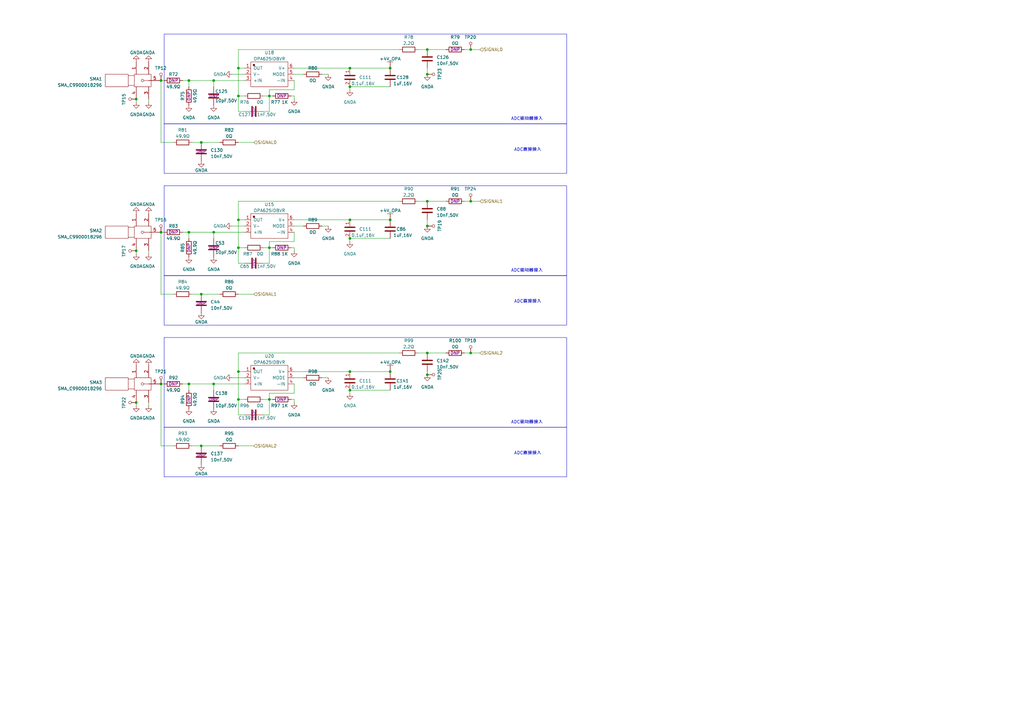
<source format=kicad_sch>
(kicad_sch (version 20230121) (generator eeschema)
  (paper "A3")
  (lib_symbols
    (symbol "0.1uF,16V_7" (pin_names (offset 0.254))
      (property "Reference" "C" (at 0.635 2.54 0))
      (property "Value" "0.1uF,16V_7" (at 0.635 -2.54 0))
      (symbol "0.1uF,16V_7_0_1"
        (polyline (pts (xy -2.032 -0.762) (xy 2.032 -0.762)) (stroke (width 0.508)))
        (polyline (pts (xy -2.032 0.762) (xy 2.032 0.762)) (stroke (width 0.508)))
      )
      (symbol "0.1uF,16V_7_1_1"
        (pin passive line (at 0 3.81 270) (length 2.794) (name "~") (number "1"))
        (pin passive line (at 0 -3.81 90) (length 2.794) (name "~") (number "2"))
      )
    )
    (symbol "02_HPM_Resis:0Ω" (pin_numbers hide) (pin_names (offset 0))
      (property "Reference" "R" (at -3.81 0.635 0))
      (property "Value" "0Ω" (at 5.08 0.635 0))
      (symbol "0Ω_0_1"
        (rectangle (start 2.54 -1.016) (end -2.54 1.016) (stroke (width 0.254)))
      )
      (symbol "0Ω_1_1"
        (pin passive line (at -3.81 0 0) (length 1.27) (name "~") (number "1"))
        (pin passive line (at 3.81 0 180) (length 1.27) (name "~") (number "2"))
      )
    )
    (symbol "02_HPM_Resis:1K" (pin_numbers hide) (pin_names (offset 0))
      (property "Reference" "R" (at -3.81 0.635 0))
      (property "Value" "1K" (at 3.81 0.635 0))
      (symbol "1K_0_1"
        (rectangle (start 2.54 -1.016) (end -2.54 1.016) (stroke (width 0.254)))
      )
      (symbol "1K_1_1"
        (pin passive line (at -3.81 0 0) (length 1.27) (name "~") (number "1"))
        (pin passive line (at 3.81 0 180) (length 1.27) (name "~") (number "2"))
      )
    )
    (symbol "02_HPM_Resis:2.2Ω" (pin_numbers hide) (pin_names (offset 0))
      (property "Reference" "R" (at -3.81 0.635 0))
      (property "Value" "2.2Ω" (at 5.08 0.635 0))
      (symbol "2.2Ω_0_1"
        (rectangle (start 2.54 -1.016) (end -2.54 1.016) (stroke (width 0.254)))
      )
      (symbol "2.2Ω_1_1"
        (pin passive line (at -3.81 0 0) (length 1.27) (name "~") (number "1"))
        (pin passive line (at 3.81 0 180) (length 1.27) (name "~") (number "2"))
      )
    )
    (symbol "02_HPM_Resis:49.9Ω" (pin_numbers hide) (pin_names (offset 0))
      (property "Reference" "R" (at -3.81 0.635 0))
      (property "Value" "49.9Ω" (at 0 -2.54 0))
      (symbol "49.9Ω_0_1"
        (rectangle (start -2.54 1.016) (end 2.54 -1.016) (stroke (width 0.254)))
      )
      (symbol "49.9Ω_1_1"
        (pin passive line (at -3.81 0 0) (length 1.27) (name "~") (number "1"))
        (pin passive line (at 3.81 0 180) (length 1.27) (name "~") (number "2"))
      )
    )
    (symbol "03_HPM_CAP:10nF,50V" (pin_numbers hide) (pin_names (offset 0.254))
      (property "Reference" "C" (at 0.635 2.54 0))
      (property "Value" "10nF,50V" (at 0.635 -2.54 0))
      (symbol "10nF,50V_0_1"
        (polyline (pts (xy -2.032 -0.762) (xy 2.032 -0.762)) (stroke (width 0.508)))
        (polyline (pts (xy -2.032 0.762) (xy 2.032 0.762)) (stroke (width 0.508)))
      )
      (symbol "10nF,50V_1_1"
        (pin passive line (at 0 3.81 270) (length 2.794) (name "~") (number "1"))
        (pin passive line (at 0 -3.81 90) (length 2.794) (name "~") (number "2"))
      )
    )
    (symbol "03_HPM_CAP:10pF" (pin_numbers hide) (pin_names (offset 0.254))
      (property "Reference" "C" (at 0.635 2.54 0))
      (property "Value" "10pF" (at 0.635 -2.54 0))
      (symbol "10pF_0_1"
        (polyline (pts (xy -2.032 -0.762) (xy 2.032 -0.762)) (stroke (width 0.508)))
        (polyline (pts (xy -2.032 0.762) (xy 2.032 0.762)) (stroke (width 0.508)))
      )
      (symbol "10pF_1_1"
        (pin passive line (at 0 3.81 270) (length 2.794) (name "~") (number "1"))
        (pin passive line (at 0 -3.81 90) (length 2.794) (name "~") (number "2"))
      )
    )
    (symbol "03_HPM_CAP:1nF,50V" (pin_numbers hide) (pin_names (offset 0.254))
      (property "Reference" "C" (at 0.635 2.54 0))
      (property "Value" "1nF,50V" (at 0.635 -2.54 0))
      (symbol "1nF,50V_0_1"
        (polyline (pts (xy -2.032 -0.762) (xy 2.032 -0.762)) (stroke (width 0.508)))
        (polyline (pts (xy -2.032 0.762) (xy 2.032 0.762)) (stroke (width 0.508)))
      )
      (symbol "1nF,50V_1_1"
        (pin passive line (at 0 3.81 270) (length 2.794) (name "~") (number "1"))
        (pin passive line (at 0 -3.81 90) (length 2.794) (name "~") (number "2"))
      )
    )
    (symbol "03_HPM_CAP:1uF,16V" (pin_numbers hide) (pin_names (offset 0.254))
      (property "Reference" "C" (at 0.635 2.54 0))
      (property "Value" "1uF,16V" (at 0.635 -2.54 0))
      (symbol "1uF,16V_0_1"
        (polyline (pts (xy -2.032 -0.762) (xy 2.032 -0.762)) (stroke (width 0.508)))
        (polyline (pts (xy -2.032 0.762) (xy 2.032 0.762)) (stroke (width 0.508)))
      )
      (symbol "1uF,16V_1_1"
        (pin passive line (at 0 3.81 270) (length 2.794) (name "~") (number "1"))
        (pin passive line (at 0 -3.81 90) (length 2.794) (name "~") (number "2"))
      )
    )
    (symbol "dk_Test-Points:5002" (pin_numbers hide) (pin_names (offset 1.016) hide)
      (property "Reference" "TP" (at -1.27 1.27 0))
      (symbol "5002_0_1"
        (circle (center 0 0) (radius 0.5588))
      )
      (symbol "5002_1_1"
        (pin passive line (at 0 2.54 270) (length 1.905) (name "~") (number "1"))
      )
    )
    (symbol "hpm_power:+4V_OPA" (power) (pin_numbers hide) (pin_names (offset 0) hide) (in_bom no) (on_board no)
      (property "Value" "+4V_OPA" (at 0 3.81 0))
      (symbol "+4V_OPA_0_1"
        (polyline (pts (xy -1.27 2.54) (xy 1.27 2.54)))
      )
      (symbol "+4V_OPA_1_1"
        (pin power_in line (at 0 0 90) (length 2.54) (name "+4V_OPA") (number "1"))
      )
    )
    (symbol "kicad_lceda:OPA625IDBVR" (pin_names (offset 1.016))
      (property "Reference" "U" (at 0 7.62 0))
      (property "Value" "OPA625IDBVR" (at 0 12.7 0))
      (symbol "OPA625IDBVR_1_1"
        (rectangle (start -7.62 5.08) (end 7.62 -5.08) (stroke (width 0.1524)))
        (circle (center -6.35 3.81) (radius 0.381) (stroke (width 0.1524)) (fill (type outline)))
        (pin input line (at -10.16 2.54 0) (length 2.54) (name "OUT") (number "1"))
        (pin input line (at -10.16 0 0) (length 2.54) (name "V-") (number "2"))
        (pin input line (at -10.16 -2.54 0) (length 2.54) (name "+IN") (number "3"))
        (pin input line (at 10.16 -2.54 180) (length 2.54) (name "-IN") (number "4"))
        (pin input line (at 10.16 0 180) (length 2.54) (name "MODE") (number "5"))
        (pin input line (at 10.16 2.54 180) (length 2.54) (name "V+") (number "6"))
      )
    )
    (symbol "kicad_lceda:SMA_C9900018296" (pin_names (offset 1.016) hide)
      (property "Reference" "SMA" (at 0 10.414 0))
      (property "Value" "SMA_C9900018296" (at 0 15.494 0))
      (symbol "SMA_C9900018296_1_1"
        (rectangle (start -11.43 2.54) (end -2.032 -2.54) (stroke (width 0.1524)))
        (polyline (pts (xy -2.032 -2.032) (xy 0.508 -2.032)) (stroke (width 0.1524)))
        (polyline (pts (xy -2.032 2.032) (xy 0.508 2.032)) (stroke (width 0.1524)))
        (polyline (pts (xy 4.318 0) (xy 6.35 0)) (stroke (width 0.1524)))
        (rectangle (start 0.508 2.54) (end 7.366 -2.54) (stroke (width 0.1524)))
        (circle (center 3.81 0) (radius 0.508) (stroke (width 0.1524)))
        (pin input line (at 1.27 7.62 270) (length 5.08) (name "1") (number "1"))
        (pin input line (at 6.35 7.62 270) (length 5.08) (name "2") (number "2"))
        (pin input line (at 6.35 -7.62 90) (length 5.08) (name "3") (number "3"))
        (pin input line (at 1.27 -7.62 90) (length 5.08) (name "4") (number "4"))
        (pin input line (at 11.43 0 180) (length 5.08) (name "5") (number "5"))
      )
    )
    (symbol "power:GNDA" (power) (pin_names (offset 0))
      (property "Value" "GNDA" (at 0 -3.81 0))
      (symbol "GNDA_0_1"
        (polyline (pts (xy 0 0) (xy 0 -1.27) (xy 1.27 -1.27) (xy 0 -2.54) (xy -1.27 -1.27) (xy 0 -1.27)))
      )
      (symbol "GNDA_1_1"
        (pin power_in line (at 0 0 270) (length 0) hide (name "GNDA") (number "1"))
      )
    )
  )
  (junction (at 97.79 163.83))
  (junction (at 82.55 182.88))
  (junction (at 143.51 97.79))
  (junction (at 160.02 27.94))
  (junction (at 97.79 152.4))
  (junction (at 175.26 20.32))
  (junction (at 82.55 58.42))
  (junction (at 175.26 92.71))
  (junction (at 175.26 82.55))
  (junction (at 55.88 40.64))
  (junction (at 87.63 33.02))
  (junction (at 143.51 27.94))
  (junction (at 175.26 153.67))
  (junction (at 193.04 144.78))
  (junction (at 97.79 101.6))
  (junction (at 143.51 35.56))
  (junction (at 193.04 20.32))
  (junction (at 82.55 120.65))
  (junction (at 87.63 95.25))
  (junction (at 143.51 152.4))
  (junction (at 55.88 165.1))
  (junction (at 160.02 90.17))
  (junction (at 97.79 90.17))
  (junction (at 97.79 27.94))
  (junction (at 193.04 82.55))
  (junction (at 110.49 163.83))
  (junction (at 55.88 102.87))
  (junction (at 110.49 39.37))
  (junction (at 87.63 157.48))
  (junction (at 97.79 39.37))
  (junction (at 77.47 95.25))
  (junction (at 66.04 33.02))
  (junction (at 143.51 90.17))
  (junction (at 110.49 101.6))
  (junction (at 175.26 144.78))
  (junction (at 175.26 30.48))
  (junction (at 66.04 95.25))
  (junction (at 160.02 152.4))
  (junction (at 66.04 157.48))
  (junction (at 143.51 160.02))
  (junction (at 77.47 157.48))
  (junction (at 77.47 33.02))
  (wire (pts (xy 97.79 82.55) (xy 163.83 82.55)))
  (wire (pts (xy 110.49 101.6) (xy 107.95 101.6)))
  (wire (pts (xy 95.25 154.94) (xy 100.33 154.94)))
  (wire (pts (xy 87.63 33.02) (xy 77.47 33.02)))
  (wire (pts (xy 120.65 157.48) (xy 120.65 161.29)))
  (wire (pts (xy 87.63 157.48) (xy 100.33 157.48)))
  (wire (pts (xy 66.04 182.88) (xy 66.04 157.48)))
  (wire (pts (xy 110.49 163.83) (xy 110.49 170.18)))
  (wire (pts (xy 120.65 39.37) (xy 119.38 39.37)))
  (wire (pts (xy 160.02 90.17) (xy 143.51 90.17)))
  (wire (pts (xy 66.04 95.25) (xy 67.31 95.25)))
  (wire (pts (xy 175.26 144.78) (xy 182.88 144.78)))
  (wire (pts (xy 66.04 157.48) (xy 67.31 157.48)))
  (wire (pts (xy 120.65 33.02) (xy 120.65 36.83)))
  (wire (pts (xy 97.79 163.83) (xy 97.79 170.18)))
  (wire (pts (xy 95.25 92.71) (xy 100.33 92.71)))
  (wire (pts (xy 190.5 144.78) (xy 193.04 144.78)))
  (wire (pts (xy 97.79 39.37) (xy 97.79 45.72)))
  (wire (pts (xy 134.62 30.48) (xy 132.08 30.48)))
  (wire (pts (xy 120.65 95.25) (xy 120.65 99.06)))
  (wire (pts (xy 97.79 20.32) (xy 97.79 27.94)))
  (wire (pts (xy 87.63 35.56) (xy 87.63 33.02)))
  (wire (pts (xy 171.45 82.55) (xy 175.26 82.55)))
  (wire (pts (xy 87.63 95.25) (xy 77.47 95.25)))
  (wire (pts (xy 120.65 101.6) (xy 120.65 102.87)))
  (wire (pts (xy 66.04 58.42) (xy 71.12 58.42)))
  (wire (pts (xy 120.65 161.29) (xy 110.49 161.29)))
  (wire (pts (xy 97.79 27.94) (xy 100.33 27.94)))
  (wire (pts (xy 193.04 144.78) (xy 196.85 144.78)))
  (wire (pts (xy 124.46 92.71) (xy 120.65 92.71)))
  (wire (pts (xy 87.63 33.02) (xy 100.33 33.02)))
  (wire (pts (xy 55.88 41.91) (xy 55.88 40.64)))
  (wire (pts (xy 78.74 120.65) (xy 82.55 120.65)))
  (wire (pts (xy 193.04 82.55) (xy 196.85 82.55)))
  (wire (pts (xy 66.04 33.02) (xy 67.31 33.02)))
  (wire (pts (xy 107.95 170.18) (xy 110.49 170.18)))
  (wire (pts (xy 74.93 33.02) (xy 77.47 33.02)))
  (wire (pts (xy 60.96 104.14) (xy 60.96 102.87)))
  (wire (pts (xy 87.63 97.79) (xy 87.63 95.25)))
  (wire (pts (xy 97.79 39.37) (xy 97.79 27.94)))
  (wire (pts (xy 100.33 170.18) (xy 97.79 170.18)))
  (wire (pts (xy 97.79 152.4) (xy 100.33 152.4)))
  (wire (pts (xy 78.74 58.42) (xy 82.55 58.42)))
  (wire (pts (xy 87.63 157.48) (xy 77.47 157.48)))
  (wire (pts (xy 134.62 92.71) (xy 132.08 92.71)))
  (wire (pts (xy 97.79 101.6) (xy 97.79 107.95)))
  (wire (pts (xy 107.95 107.95) (xy 110.49 107.95)))
  (wire (pts (xy 110.49 101.6) (xy 110.49 107.95)))
  (wire (pts (xy 97.79 144.78) (xy 163.83 144.78)))
  (wire (pts (xy 97.79 182.88) (xy 104.14 182.88)))
  (wire (pts (xy 100.33 39.37) (xy 97.79 39.37)))
  (wire (pts (xy 190.5 20.32) (xy 193.04 20.32)))
  (wire (pts (xy 143.51 99.06) (xy 143.51 97.79)))
  (wire (pts (xy 78.74 182.88) (xy 82.55 182.88)))
  (wire (pts (xy 110.49 161.29) (xy 110.49 163.83)))
  (wire (pts (xy 160.02 27.94) (xy 143.51 27.94)))
  (wire (pts (xy 77.47 95.25) (xy 77.47 97.79)))
  (wire (pts (xy 107.95 45.72) (xy 110.49 45.72)))
  (wire (pts (xy 120.65 101.6) (xy 119.38 101.6)))
  (wire (pts (xy 120.65 36.83) (xy 110.49 36.83)))
  (wire (pts (xy 60.96 166.37) (xy 60.96 165.1)))
  (wire (pts (xy 100.33 45.72) (xy 97.79 45.72)))
  (wire (pts (xy 97.79 144.78) (xy 97.79 152.4)))
  (wire (pts (xy 110.49 36.83) (xy 110.49 39.37)))
  (wire (pts (xy 77.47 157.48) (xy 77.47 160.02)))
  (wire (pts (xy 100.33 107.95) (xy 97.79 107.95)))
  (wire (pts (xy 120.65 163.83) (xy 120.65 165.1)))
  (wire (pts (xy 171.45 20.32) (xy 175.26 20.32)))
  (wire (pts (xy 97.79 20.32) (xy 163.83 20.32)))
  (wire (pts (xy 143.51 27.94) (xy 120.65 27.94)))
  (wire (pts (xy 100.33 163.83) (xy 97.79 163.83)))
  (wire (pts (xy 55.88 166.37) (xy 55.88 165.1)))
  (wire (pts (xy 143.51 36.83) (xy 143.51 35.56)))
  (wire (pts (xy 110.49 39.37) (xy 107.95 39.37)))
  (wire (pts (xy 95.25 30.48) (xy 100.33 30.48)))
  (wire (pts (xy 110.49 39.37) (xy 110.49 45.72)))
  (wire (pts (xy 175.26 20.32) (xy 182.88 20.32)))
  (wire (pts (xy 97.79 101.6) (xy 97.79 90.17)))
  (wire (pts (xy 143.51 152.4) (xy 120.65 152.4)))
  (wire (pts (xy 160.02 152.4) (xy 143.51 152.4)))
  (wire (pts (xy 60.96 41.91) (xy 60.96 40.64)))
  (wire (pts (xy 175.26 82.55) (xy 182.88 82.55)))
  (wire (pts (xy 97.79 58.42) (xy 104.14 58.42)))
  (wire (pts (xy 134.62 154.94) (xy 132.08 154.94)))
  (wire (pts (xy 111.76 39.37) (xy 110.49 39.37)))
  (wire (pts (xy 110.49 163.83) (xy 107.95 163.83)))
  (wire (pts (xy 111.76 163.83) (xy 110.49 163.83)))
  (wire (pts (xy 97.79 120.65) (xy 104.14 120.65)))
  (wire (pts (xy 97.79 163.83) (xy 97.79 152.4)))
  (wire (pts (xy 143.51 161.29) (xy 143.51 160.02)))
  (wire (pts (xy 120.65 163.83) (xy 119.38 163.83)))
  (wire (pts (xy 100.33 101.6) (xy 97.79 101.6)))
  (wire (pts (xy 66.04 95.25) (xy 66.04 120.65)))
  (wire (pts (xy 71.12 120.65) (xy 66.04 120.65)))
  (wire (pts (xy 82.55 120.65) (xy 90.17 120.65)))
  (wire (pts (xy 110.49 99.06) (xy 110.49 101.6)))
  (wire (pts (xy 190.5 82.55) (xy 193.04 82.55)))
  (wire (pts (xy 97.79 82.55) (xy 97.79 90.17)))
  (wire (pts (xy 143.51 35.56) (xy 160.02 35.56)))
  (wire (pts (xy 143.51 97.79) (xy 160.02 97.79)))
  (wire (pts (xy 143.51 160.02) (xy 160.02 160.02)))
  (wire (pts (xy 74.93 95.25) (xy 77.47 95.25)))
  (wire (pts (xy 82.55 182.88) (xy 90.17 182.88)))
  (wire (pts (xy 175.26 27.94) (xy 175.26 30.48)))
  (wire (pts (xy 66.04 182.88) (xy 71.12 182.88)))
  (wire (pts (xy 175.26 153.67) (xy 175.26 152.4)))
  (wire (pts (xy 124.46 154.94) (xy 120.65 154.94)))
  (wire (pts (xy 175.26 90.17) (xy 175.26 92.71)))
  (wire (pts (xy 87.63 95.25) (xy 100.33 95.25)))
  (wire (pts (xy 66.04 58.42) (xy 66.04 33.02)))
  (wire (pts (xy 124.46 30.48) (xy 120.65 30.48)))
  (wire (pts (xy 97.79 90.17) (xy 100.33 90.17)))
  (wire (pts (xy 74.93 157.48) (xy 77.47 157.48)))
  (wire (pts (xy 87.63 160.02) (xy 87.63 157.48)))
  (wire (pts (xy 120.65 39.37) (xy 120.65 40.64)))
  (wire (pts (xy 111.76 101.6) (xy 110.49 101.6)))
  (wire (pts (xy 77.47 33.02) (xy 77.47 35.56)))
  (wire (pts (xy 120.65 99.06) (xy 110.49 99.06)))
  (wire (pts (xy 193.04 20.32) (xy 196.85 20.32)))
  (wire (pts (xy 171.45 144.78) (xy 175.26 144.78)))
  (wire (pts (xy 82.55 58.42) (xy 90.17 58.42)))
  (wire (pts (xy 143.51 90.17) (xy 120.65 90.17)))
  (wire (pts (xy 55.88 104.14) (xy 55.88 102.87)))
  (rectangle (start 67.31 175.26) (end 232.41 195.58))
  (rectangle (start 67.31 50.8) (end 232.41 71.12))
  (rectangle (start 67.31 13.97) (end 232.41 50.8))
  (rectangle (start 67.31 113.03) (end 232.41 133.35))
  (rectangle (start 67.31 76.2) (end 232.41 113.03))
  (rectangle (start 67.31 138.43) (end 232.41 175.26))
  (text "ADC直接接入" (at 210.82 62.23 0) (effects (font (size 1.27 1.27)) (justify left bottom)))
  (text "ADC驱动器接入" (at 209.55 49.53 0) (effects (font (size 1.27 1.27)) (justify left bottom)))
  (text "ADC驱动器接入" (at 209.55 111.76 0) (effects (font (size 1.27 1.27)) (justify left bottom)))
  (text "ADC直接接入" (at 210.82 186.69 0) (effects (font (size 1.27 1.27)) (justify left bottom)))
  (text "ADC直接接入" (at 210.82 124.46 0) (effects (font (size 1.27 1.27)) (justify left bottom)))
  (text "ADC驱动器接入" (at 209.55 173.99 0) (effects (font (size 1.27 1.27)) (justify left bottom)))
  (hierarchical_label "SIGNAL1" (shape input) (at 196.85 82.55 0))
  (hierarchical_label "SIGNAL2" (shape input) (at 196.85 144.78 0))
  (hierarchical_label "SIGNAL0" (shape input) (at 104.14 58.42 0))
  (hierarchical_label "SIGNAL0" (shape input) (at 196.85 20.32 0))
  (hierarchical_label "SIGNAL2" (shape input) (at 104.14 182.88 0))
  (hierarchical_label "SIGNAL1" (shape input) (at 104.14 120.65 0))
  (symbol (lib_id "power:GNDA") (at 120.65 102.87 0) (unit 1)
    (property "Reference" "#PWR074" (effects hide))
    (property "Value" "GNDA" (at 120.65 107.95 0))
    (instances (project "HPM6750_ADC_EVK_RevA" (path "" (reference "#PWR074") (unit 1)) (path "" (reference "#PWR088") (unit 1)) (path "" (reference "#PWR0194") (unit 1))))
  )
  (symbol (lib_id "02_HPM_Resis:2.2Ω") (at 74.93 182.88 0) (unit 1)
    (property "Reference" "R93" (at 74.93 177.8 0))
    (property "Value" "49.9Ω" (at 74.93 180.34 0))
    (property "Footprint" "02_HPM_Resis:R_0402_1005Metric" (effects hide))
  )
  (symbol (lib_id "02_HPM_Resis:49.9Ω") (at 71.12 95.25 0) (unit 1)
    (property "Reference" "R83" (at 71.12 92.71 0))
    (property "Value" "49.9Ω" (at 71.12 97.79 0))
    (property "Footprint" "02_HPM_Resis:R_0402_1005Metric" (effects hide))
    (property "DNP" "DNP" (at 71.12 95.25 0))
  )
  (symbol (lib_id "kicad_lceda:OPA625IDBVR") (at 110.49 92.71 0) (unit 1)
    (property "Reference" "U15" (at 110.49 83.82 0))
    (property "Value" "OPA625IDBVR" (at 110.49 86.36 0))
    (property "Footprint" "kicad_lceda:SOT-23-6_L2.9-W1.6-P0.95-LS2.8-BR" (effects hide))
    (property "SuppliersPartNumber" "C495362" (effects hide))
    (property "uuid" "std:90e4ce1759de412d9bf8c9107a5f1053" (effects hide))
  )
  (symbol (lib_id "power:GNDA") (at 82.55 128.27 0) (unit 1)
    (property "Reference" "#PWR074" (effects hide))
    (property "Value" "GNDA" (at 82.55 132.08 0))
    (instances (project "HPM6750_ADC_EVK_RevA" (path "" (reference "#PWR074") (unit 1)) (path "" (reference "#PWR088") (unit 1)) (path "" (reference "#PWR0113") (unit 1))))
  )
  (symbol (lib_id "dk_Test-Points:5002") (at 66.04 92.71 180) (unit 1)
    (property "Reference" "TP16" (at 63.5 90.17 0) (effects (justify right)))
    (property "Value" "S_IN1" (effects hide))
    (property "Footprint" "TestPoint:TestPoint_Pad_D1.0mm" (effects hide))
    (property "Datasheet" "http://www.keyelco.com/product-pdf.cfm?p=1311" (effects hide))
    (property "Digi-Key_PN" "36-5002-ND" (effects hide))
    (property "MPN" "5002" (effects hide))
    (property "Category" "Test and Measurement" (effects hide))
    (property "Family" "Test Points" (effects hide))
    (property "DK_Datasheet_Link" "http://www.keyelco.com/product-pdf.cfm?p=1311" (effects hide))
    (property "DK_Detail_Page" "/product-detail/en/keystone-electronics/5002/36-5002-ND/255328" (effects hide))
    (property "Description" "PC TEST POINT MINIATURE WHITE" (effects hide))
    (property "Manufacturer" "Keystone Electronics" (effects hide))
    (property "Status" "Active" (effects hide))
  )
  (symbol (lib_id "hpm_power:+4V_OPA") (at 160.02 90.17 0) (unit 1) (in_bom no) (on_board no)
    (property "Reference" "#PWR057" (effects hide))
    (property "Value" "+4V_OPA" (at 160.02 86.36 0))
    (instances (project "HPM6750_ADC_EVK_RevA" (path "" (reference "#PWR057") (unit 1)) (path "" (reference "#PWR0197") (unit 1))))
  )
  (symbol (lib_id "02_HPM_Resis:1K") (at 104.14 39.37 0) (unit 1)
    (property "Reference" "R76" (at 100.33 41.91 0))
    (property "Value" "0Ω" (at 106.68 41.91 0))
    (property "Footprint" "02_HPM_Resis:R_0402_1005Metric" (effects hide))
  )
  (symbol (lib_id "power:GNDA") (at 87.63 105.41 0) (unit 1)
    (property "Reference" "#PWR074" (effects hide))
    (property "Value" "GNDA" (at 87.63 110.49 0))
    (instances (project "HPM6750_ADC_EVK_RevA" (path "" (reference "#PWR074") (unit 1)) (path "" (reference "#PWR088") (unit 1)) (path "" (reference "#PWR0114") (unit 1))))
  )
  (symbol (lib_id "dk_Test-Points:5002") (at 193.04 17.78 180) (unit 1)
    (property "Reference" "TP20" (at 190.5 15.24 0) (effects (justify right)))
    (property "Value" "PE18" (effects hide))
    (property "Footprint" "TestPoint:TestPoint_Pad_D1.0mm" (effects hide))
    (property "Datasheet" "http://www.keyelco.com/product-pdf.cfm?p=1311" (effects hide))
    (property "Digi-Key_PN" "36-5002-ND" (effects hide))
    (property "MPN" "5002" (effects hide))
    (property "Category" "Test and Measurement" (effects hide))
    (property "Family" "Test Points" (effects hide))
    (property "DK_Datasheet_Link" "http://www.keyelco.com/product-pdf.cfm?p=1311" (effects hide))
    (property "DK_Detail_Page" "/product-detail/en/keystone-electronics/5002/36-5002-ND/255328" (effects hide))
    (property "Description" "PC TEST POINT MINIATURE WHITE" (effects hide))
    (property "Manufacturer" "Keystone Electronics" (effects hide))
    (property "Status" "Active" (effects hide))
  )
  (symbol (lib_id "power:GNDA") (at 60.96 87.63 180) (unit 1)
    (property "Reference" "#PWR074" (effects hide))
    (property "Value" "GNDA" (at 60.96 83.82 0))
    (instances (project "HPM6750_ADC_EVK_RevA" (path "" (reference "#PWR074") (unit 1)) (path "" (reference "#PWR088") (unit 1)) (path "" (reference "#PWR0110") (unit 1))))
  )
  (symbol (lib_id "power:GNDA") (at 95.25 30.48 270) (unit 1)
    (property "Reference" "#PWR074" (effects hide))
    (property "Value" "GNDA" (at 92.71 30.48 90) (effects (justify right)))
    (instances (project "HPM6750_ADC_EVK_RevA" (path "" (reference "#PWR074") (unit 1)) (path "" (reference "#PWR088") (unit 1)) (path "" (reference "#PWR0191") (unit 1))))
  )
  (symbol (lib_id "power:GNDA") (at 60.96 166.37 0) (unit 1)
    (property "Reference" "#PWR074" (effects hide))
    (property "Value" "GNDA" (at 60.96 171.45 0))
    (instances (project "HPM6750_ADC_EVK_RevA" (path "" (reference "#PWR074") (unit 1)) (path "" (reference "#PWR088") (unit 1)) (path "" (reference "#PWR0202") (unit 1))))
  )
  (symbol (lib_id "kicad_lceda:SMA_C9900018296") (at 54.61 33.02 0) (unit 1)
    (property "Reference" "SMA1" (at 41.91 32.385 0) (effects (justify right)))
    (property "Value" "SMA_C9900018296" (at 41.91 34.925 0) (effects (justify right)))
    (property "Footprint" "kicad_lceda:SMA-SMD_BWSMA-KE-P001" (effects hide))
    (property "SuppliersPartNumber" "C9900018296" (effects hide))
    (property "uuid" "std:54ec4f79ad824cb2bdc504487557a48c" (effects hide))
  )
  (symbol (lib_id "02_HPM_Resis:0Ω") (at 93.98 182.88 0) (unit 1)
    (property "Reference" "R95" (at 93.98 177.8 0))
    (property "Value" "0Ω" (at 93.98 180.34 0))
    (property "Footprint" "02_HPM_Resis:R_0402_1005Metric" (effects hide))
  )
  (symbol (lib_id "dk_Test-Points:5002") (at 66.04 154.94 180) (unit 1)
    (property "Reference" "TP21" (at 63.5 152.4 0) (effects (justify right)))
    (property "Value" "S_IN2" (effects hide))
    (property "Footprint" "TestPoint:TestPoint_Pad_D1.0mm" (effects hide))
    (property "Datasheet" "http://www.keyelco.com/product-pdf.cfm?p=1311" (effects hide))
    (property "Digi-Key_PN" "36-5002-ND" (effects hide))
    (property "MPN" "5002" (effects hide))
    (property "Category" "Test and Measurement" (effects hide))
    (property "Family" "Test Points" (effects hide))
    (property "DK_Datasheet_Link" "http://www.keyelco.com/product-pdf.cfm?p=1311" (effects hide))
    (property "DK_Detail_Page" "/product-detail/en/keystone-electronics/5002/36-5002-ND/255328" (effects hide))
    (property "Description" "PC TEST POINT MINIATURE WHITE" (effects hide))
    (property "Manufacturer" "Keystone Electronics" (effects hide))
    (property "Status" "Active" (effects hide))
  )
  (symbol (lib_id "02_HPM_Resis:2.2Ω") (at 167.64 144.78 0) (unit 1)
    (property "Reference" "R99" (at 167.64 139.7 0))
    (property "Value" "2.2Ω" (at 167.64 142.24 0))
    (property "Footprint" "02_HPM_Resis:R_0402_1005Metric" (effects hide))
  )
  (symbol (lib_id "02_HPM_Resis:0Ω") (at 128.27 92.71 0) (unit 1)
    (property "Reference" "R89" (at 128.27 90.17 0))
    (property "Value" "0Ω" (at 128.27 95.25 0))
    (property "Footprint" "02_HPM_Resis:R_0402_1005Metric" (effects hide))
  )
  (symbol (lib_name "0.1uF,16V_7") (lib_id "03_HPM_CAP:0.1uF,16V") (at 143.51 31.75 0) (mirror y) (unit 1)
    (property "Reference" "C111" (at 152.4 31.75 0) (effects (justify left)))
    (property "Value" "0.1uF,16V" (at 153.67 34.29 0) (effects (justify left)))
    (property "Footprint" "03_HPM_CAP:C_0402_1005Metric" (effects hide))
    (instances (project "HPM6750_ADC_EVK_RevA" (path "" (reference "C111") (unit 1)) (path "" (reference "C120") (unit 1)) (path "" (reference "C129") (unit 1))) (project "EVK_REVC" (path "" (reference "C122") (unit 1))))
  )
  (symbol (lib_id "power:GNDA") (at 82.55 190.5 0) (unit 1)
    (property "Reference" "#PWR074" (effects hide))
    (property "Value" "GNDA" (at 82.55 194.31 0))
    (instances (project "HPM6750_ADC_EVK_RevA" (path "" (reference "#PWR074") (unit 1)) (path "" (reference "#PWR088") (unit 1)) (path "" (reference "#PWR0204") (unit 1))))
  )
  (symbol (lib_id "02_HPM_Resis:1K") (at 115.57 101.6 0) (unit 1)
    (property "Reference" "R88" (at 113.03 104.14 0))
    (property "Value" "1K" (at 116.84 104.14 0))
    (property "Footprint" "02_HPM_Resis:R_0402_1005Metric" (effects hide))
    (property "DNP" "DNP" (at 115.57 101.6 0))
  )
  (symbol (lib_id "dk_Test-Points:5002") (at 177.8 30.48 90) (unit 1)
    (property "Reference" "TP23" (at 180.34 27.94 0) (effects (justify right)))
    (property "Value" "AGND" (effects hide))
    (property "Footprint" "TestPoint:TestPoint_Pad_D1.0mm" (effects hide))
    (property "Datasheet" "http://www.keyelco.com/product-pdf.cfm?p=1311" (effects hide))
    (property "Digi-Key_PN" "36-5002-ND" (effects hide))
    (property "MPN" "5002" (effects hide))
    (property "Category" "Test and Measurement" (effects hide))
    (property "Family" "Test Points" (effects hide))
    (property "DK_Datasheet_Link" "http://www.keyelco.com/product-pdf.cfm?p=1311" (effects hide))
    (property "DK_Detail_Page" "/product-detail/en/keystone-electronics/5002/36-5002-ND/255328" (effects hide))
    (property "Description" "PC TEST POINT MINIATURE WHITE" (effects hide))
    (property "Manufacturer" "Keystone Electronics" (effects hide))
    (property "Status" "Active" (effects hide))
  )
  (symbol (lib_id "03_HPM_CAP:10nF,50V") (at 175.26 24.13 0) (unit 1)
    (property "Reference" "C126" (at 179.07 23.495 0) (effects (justify left)))
    (property "Value" "10nF,50V" (at 179.07 26.035 0) (effects (justify left)))
    (property "Footprint" "03_HPM_CAP:C_0402_1005Metric" (effects hide))
  )
  (symbol (lib_id "power:GNDA") (at 55.88 25.4 180) (unit 1)
    (property "Reference" "#PWR074" (effects hide))
    (property "Value" "GNDA" (at 55.88 21.59 0))
    (instances (project "HPM6750_ADC_EVK_RevA" (path "" (reference "#PWR074") (unit 1)) (path "" (reference "#PWR088") (unit 1)) (path "" (reference "#PWR0101") (unit 1))))
  )
  (symbol (lib_id "power:GNDA") (at 77.47 167.64 0) (unit 1)
    (property "Reference" "#PWR074" (effects hide))
    (property "Value" "GNDA" (at 77.47 172.72 0))
    (instances (project "HPM6750_ADC_EVK_RevA" (path "" (reference "#PWR074") (unit 1)) (path "" (reference "#PWR088") (unit 1)) (path "" (reference "#PWR0203") (unit 1))))
  )
  (symbol (lib_id "power:GNDA") (at 77.47 43.18 0) (unit 1)
    (property "Reference" "#PWR074" (effects hide))
    (property "Value" "GNDA" (at 77.47 48.26 0))
    (instances (project "HPM6750_ADC_EVK_RevA" (path "" (reference "#PWR074") (unit 1)) (path "" (reference "#PWR088") (unit 1)) (path "" (reference "#PWR0145") (unit 1))))
  )
  (symbol (lib_id "dk_Test-Points:5002") (at 66.04 30.48 180) (unit 1)
    (property "Reference" "TP12" (at 63.5 27.94 0) (effects (justify right)))
    (property "Value" "S_IN0" (effects hide))
    (property "Footprint" "TestPoint:TestPoint_Pad_D1.0mm" (effects hide))
    (property "Datasheet" "http://www.keyelco.com/product-pdf.cfm?p=1311" (effects hide))
    (property "Digi-Key_PN" "36-5002-ND" (effects hide))
    (property "MPN" "5002" (effects hide))
    (property "Category" "Test and Measurement" (effects hide))
    (property "Family" "Test Points" (effects hide))
    (property "DK_Datasheet_Link" "http://www.keyelco.com/product-pdf.cfm?p=1311" (effects hide))
    (property "DK_Detail_Page" "/product-detail/en/keystone-electronics/5002/36-5002-ND/255328" (effects hide))
    (property "Description" "PC TEST POINT MINIATURE WHITE" (effects hide))
    (property "Manufacturer" "Keystone Electronics" (effects hide))
    (property "Status" "Active" (effects hide))
  )
  (symbol (lib_id "power:GNDA") (at 175.26 92.71 0) (unit 1)
    (property "Reference" "#PWR074" (effects hide))
    (property "Value" "GNDA" (at 175.26 97.79 0))
    (instances (project "HPM6750_ADC_EVK_RevA" (path "" (reference "#PWR074") (unit 1)) (path "" (reference "#PWR088") (unit 1)) (path "" (reference "#PWR0198") (unit 1))))
  )
  (symbol (lib_id "dk_Test-Points:5002") (at 53.34 165.1 270) (unit 1)
    (property "Reference" "TP22" (at 50.8 167.64 0) (effects (justify right)))
    (property "Value" "AGND" (effects hide))
    (property "Footprint" "TestPoint:TestPoint_Pad_D1.0mm" (effects hide))
    (property "Datasheet" "http://www.keyelco.com/product-pdf.cfm?p=1311" (effects hide))
    (property "Digi-Key_PN" "36-5002-ND" (effects hide))
    (property "MPN" "5002" (effects hide))
    (property "Category" "Test and Measurement" (effects hide))
    (property "Family" "Test Points" (effects hide))
    (property "DK_Datasheet_Link" "http://www.keyelco.com/product-pdf.cfm?p=1311" (effects hide))
    (property "DK_Detail_Page" "/product-detail/en/keystone-electronics/5002/36-5002-ND/255328" (effects hide))
    (property "Description" "PC TEST POINT MINIATURE WHITE" (effects hide))
    (property "Manufacturer" "Keystone Electronics" (effects hide))
    (property "Status" "Active" (effects hide))
  )
  (symbol (lib_id "02_HPM_Resis:2.2Ω") (at 167.64 82.55 0) (unit 1)
    (property "Reference" "R90" (at 167.64 77.47 0))
    (property "Value" "2.2Ω" (at 167.64 80.01 0))
    (property "Footprint" "02_HPM_Resis:R_0402_1005Metric" (effects hide))
  )
  (symbol (lib_id "02_HPM_Resis:0Ω") (at 186.69 144.78 0) (unit 1)
    (property "Reference" "R100" (at 186.69 139.7 0))
    (property "Value" "0Ω" (at 186.69 142.24 0))
    (property "Footprint" "02_HPM_Resis:R_0402_1005Metric" (effects hide))
    (property "DNP" "DNP" (at 186.69 144.78 0))
  )
  (symbol (lib_id "power:GNDA") (at 77.47 105.41 0) (unit 1)
    (property "Reference" "#PWR074" (effects hide))
    (property "Value" "GNDA" (at 77.47 110.49 0))
    (instances (project "HPM6750_ADC_EVK_RevA" (path "" (reference "#PWR074") (unit 1)) (path "" (reference "#PWR088") (unit 1)) (path "" (reference "#PWR0112") (unit 1))))
  )
  (symbol (lib_id "03_HPM_CAP:10nF,50V") (at 82.55 186.69 0) (unit 1)
    (property "Reference" "C137" (at 86.36 186.055 0) (effects (justify left)))
    (property "Value" "10nF,50V" (at 86.36 188.595 0) (effects (justify left)))
    (property "Footprint" "03_HPM_CAP:C_0402_1005Metric" (effects hide))
    (property "DNP" "DNP" (at 82.55 186.69 0))
  )
  (symbol (lib_id "power:GNDA") (at 55.88 41.91 0) (unit 1)
    (property "Reference" "#PWR074" (effects hide))
    (property "Value" "GNDA" (at 55.88 46.99 0))
    (instances (project "HPM6750_ADC_EVK_RevA" (path "" (reference "#PWR074") (unit 1)) (path "" (reference "#PWR088") (unit 1)) (path "" (reference "#PWR099") (unit 1))))
  )
  (symbol (lib_id "power:GNDA") (at 60.96 104.14 0) (unit 1)
    (property "Reference" "#PWR074" (effects hide))
    (property "Value" "GNDA" (at 60.96 109.22 0))
    (instances (project "HPM6750_ADC_EVK_RevA" (path "" (reference "#PWR074") (unit 1)) (path "" (reference "#PWR088") (unit 1)) (path "" (reference "#PWR0111") (unit 1))))
  )
  (symbol (lib_id "power:GNDA") (at 60.96 41.91 0) (unit 1)
    (property "Reference" "#PWR074" (effects hide))
    (property "Value" "GNDA" (at 60.96 46.99 0))
    (instances (project "HPM6750_ADC_EVK_RevA" (path "" (reference "#PWR074") (unit 1)) (path "" (reference "#PWR088") (unit 1)) (path "" (reference "#PWR0100") (unit 1))))
  )
  (symbol (lib_id "03_HPM_CAP:10pF") (at 87.63 39.37 0) (unit 1)
    (property "Reference" "C125" (at 88.265 37.465 0) (effects (justify left)))
    (property "Value" "10pF,50V" (at 88.265 41.275 0) (effects (justify left)))
    (property "Footprint" "03_HPM_CAP:C_0402_1005Metric" (effects hide))
    (property "DNP" "DNP" (at 85.725 39.37 0) (effects (justify left)))
  )
  (symbol (lib_id "02_HPM_Resis:2.2Ω") (at 167.64 20.32 0) (unit 1)
    (property "Reference" "R78" (at 167.64 15.24 0))
    (property "Value" "2.2Ω" (at 167.64 17.78 0))
    (property "Footprint" "02_HPM_Resis:R_0402_1005Metric" (effects hide))
  )
  (symbol (lib_id "02_HPM_Resis:49.9Ω") (at 71.12 33.02 0) (unit 1)
    (property "Reference" "R72" (at 71.12 30.48 0))
    (property "Value" "49.9Ω" (at 71.12 35.56 0))
    (property "Footprint" "02_HPM_Resis:R_0402_1005Metric" (effects hide))
    (property "DNP" "DNP" (at 71.12 33.02 0))
  )
  (symbol (lib_id "power:GNDA") (at 95.25 154.94 270) (unit 1)
    (property "Reference" "#PWR074" (effects hide))
    (property "Value" "GNDA" (at 92.71 154.94 90) (effects (justify right)))
    (instances (project "HPM6750_ADC_EVK_RevA" (path "" (reference "#PWR074") (unit 1)) (path "" (reference "#PWR088") (unit 1)) (path "" (reference "#PWR0206") (unit 1))))
  )
  (symbol (lib_id "power:GNDA") (at 87.63 43.18 0) (unit 1)
    (property "Reference" "#PWR074" (effects hide))
    (property "Value" "GNDA" (at 87.63 48.26 0))
    (instances (project "HPM6750_ADC_EVK_RevA" (path "" (reference "#PWR074") (unit 1)) (path "" (reference "#PWR088") (unit 1)) (path "" (reference "#PWR0184") (unit 1))))
  )
  (symbol (lib_id "03_HPM_CAP:1nF,50V") (at 104.14 107.95 90) (unit 1)
    (property "Reference" "C65" (at 100.33 109.22 90))
    (property "Value" "1nF,50V" (at 109.22 109.22 90))
    (property "Footprint" "03_HPM_CAP:C_0402_1005Metric" (effects hide))
    (property "DNP" "DNP" (at 104.14 107.95 0))
  )
  (symbol (lib_id "power:GNDA") (at 55.88 166.37 0) (unit 1)
    (property "Reference" "#PWR074" (effects hide))
    (property "Value" "GNDA" (at 55.88 171.45 0))
    (instances (project "HPM6750_ADC_EVK_RevA" (path "" (reference "#PWR074") (unit 1)) (path "" (reference "#PWR088") (unit 1)) (path "" (reference "#PWR0200") (unit 1))))
  )
  (symbol (lib_id "03_HPM_CAP:1nF,50V") (at 104.14 45.72 90) (unit 1)
    (property "Reference" "C127" (at 100.33 46.99 90))
    (property "Value" "1nF,50V" (at 109.22 46.99 90))
    (property "Footprint" "03_HPM_CAP:C_0402_1005Metric" (effects hide))
    (property "DNP" "DNP" (at 104.14 45.72 0))
  )
  (symbol (lib_id "power:GNDA") (at 55.88 87.63 180) (unit 1)
    (property "Reference" "#PWR074" (effects hide))
    (property "Value" "GNDA" (at 55.88 83.82 0))
    (instances (project "HPM6750_ADC_EVK_RevA" (path "" (reference "#PWR074") (unit 1)) (path "" (reference "#PWR088") (unit 1)) (path "" (reference "#PWR0108") (unit 1))))
  )
  (symbol (lib_id "03_HPM_CAP:10nF,50V") (at 175.26 86.36 0) (unit 1)
    (property "Reference" "C88" (at 179.07 85.725 0) (effects (justify left)))
    (property "Value" "10nF,50V" (at 179.07 88.265 0) (effects (justify left)))
    (property "Footprint" "03_HPM_CAP:C_0402_1005Metric" (effects hide))
  )
  (symbol (lib_id "power:GNDA") (at 143.51 36.83 0) (unit 1)
    (property "Reference" "#PWR074" (effects hide))
    (property "Value" "GNDA" (at 143.51 41.91 0))
    (instances (project "HPM6750_ADC_EVK_RevA" (path "" (reference "#PWR074") (unit 1)) (path "" (reference "#PWR088") (unit 1)) (path "" (reference "#PWR0190") (unit 1))))
  )
  (symbol (lib_id "dk_Test-Points:5002") (at 53.34 102.87 270) (unit 1)
    (property "Reference" "TP17" (at 50.8 105.41 0) (effects (justify right)))
    (property "Value" "AGND" (effects hide))
    (property "Footprint" "TestPoint:TestPoint_Pad_D1.0mm" (effects hide))
    (property "Datasheet" "http://www.keyelco.com/product-pdf.cfm?p=1311" (effects hide))
    (property "Digi-Key_PN" "36-5002-ND" (effects hide))
    (property "MPN" "5002" (effects hide))
    (property "Category" "Test and Measurement" (effects hide))
    (property "Family" "Test Points" (effects hide))
    (property "DK_Datasheet_Link" "http://www.keyelco.com/product-pdf.cfm?p=1311" (effects hide))
    (property "DK_Detail_Page" "/product-detail/en/keystone-electronics/5002/36-5002-ND/255328" (effects hide))
    (property "Description" "PC TEST POINT MINIATURE WHITE" (effects hide))
    (property "Manufacturer" "Keystone Electronics" (effects hide))
    (property "Status" "Active" (effects hide))
  )
  (symbol (lib_id "02_HPM_Resis:2.2Ω") (at 74.93 58.42 0) (unit 1)
    (property "Reference" "R81" (at 74.93 53.34 0))
    (property "Value" "49.9Ω" (at 74.93 55.88 0))
    (property "Footprint" "02_HPM_Resis:R_0402_1005Metric" (effects hide))
  )
  (symbol (lib_id "02_HPM_Resis:1K") (at 104.14 101.6 0) (unit 1)
    (property "Reference" "R87" (at 101.6 104.14 0))
    (property "Value" "0Ω" (at 106.68 104.14 0))
    (property "Footprint" "02_HPM_Resis:R_0402_1005Metric" (effects hide))
  )
  (symbol (lib_id "dk_Test-Points:5002") (at 193.04 142.24 180) (unit 1)
    (property "Reference" "TP18" (at 190.5 139.7 0) (effects (justify right)))
    (property "Value" "PE27" (effects hide))
    (property "Footprint" "TestPoint:TestPoint_Pad_D1.0mm" (effects hide))
    (property "Datasheet" "http://www.keyelco.com/product-pdf.cfm?p=1311" (effects hide))
    (property "Digi-Key_PN" "36-5002-ND" (effects hide))
    (property "MPN" "5002" (effects hide))
    (property "Category" "Test and Measurement" (effects hide))
    (property "Family" "Test Points" (effects hide))
    (property "DK_Datasheet_Link" "http://www.keyelco.com/product-pdf.cfm?p=1311" (effects hide))
    (property "DK_Detail_Page" "/product-detail/en/keystone-electronics/5002/36-5002-ND/255328" (effects hide))
    (property "Description" "PC TEST POINT MINIATURE WHITE" (effects hide))
    (property "Manufacturer" "Keystone Electronics" (effects hide))
    (property "Status" "Active" (effects hide))
  )
  (symbol (lib_id "power:GNDA") (at 60.96 149.86 180) (unit 1)
    (property "Reference" "#PWR074" (effects hide))
    (property "Value" "GNDA" (at 60.96 146.05 0))
    (instances (project "HPM6750_ADC_EVK_RevA" (path "" (reference "#PWR074") (unit 1)) (path "" (reference "#PWR088") (unit 1)) (path "" (reference "#PWR0201") (unit 1))))
  )
  (symbol (lib_id "03_HPM_CAP:1uF,16V") (at 160.02 31.75 0) (unit 1)
    (property "Reference" "C128" (at 162.56 31.75 0) (effects (justify left)))
    (property "Value" "1uF,16V" (at 161.29 34.29 0) (effects (justify left)))
    (property "Footprint" "03_HPM_CAP:C_0402_1005Metric" (effects hide))
  )
  (symbol (lib_id "02_HPM_Resis:49.9Ω") (at 77.47 39.37 90) (unit 1)
    (property "Reference" "R75" (at 74.93 39.37 0))
    (property "Value" "49.9Ω" (at 80.01 39.37 0))
    (property "Footprint" "02_HPM_Resis:R_0402_1005Metric" (effects hide))
    (property "DNP" "DNP" (at 77.47 39.37 0))
  )
  (symbol (lib_id "03_HPM_CAP:10nF,50V") (at 175.26 148.59 0) (unit 1)
    (property "Reference" "C142" (at 179.07 147.955 0) (effects (justify left)))
    (property "Value" "10nF,50V" (at 179.07 150.495 0) (effects (justify left)))
    (property "Footprint" "03_HPM_CAP:C_0402_1005Metric" (effects hide))
  )
  (symbol (lib_id "power:GNDA") (at 87.63 167.64 0) (unit 1)
    (property "Reference" "#PWR074" (effects hide))
    (property "Value" "GNDA" (at 87.63 172.72 0))
    (instances (project "HPM6750_ADC_EVK_RevA" (path "" (reference "#PWR074") (unit 1)) (path "" (reference "#PWR088") (unit 1)) (path "" (reference "#PWR0205") (unit 1))))
  )
  (symbol (lib_id "03_HPM_CAP:10nF,50V") (at 82.55 62.23 0) (unit 1)
    (property "Reference" "C130" (at 86.36 61.595 0) (effects (justify left)))
    (property "Value" "10nF,50V" (at 86.36 64.135 0) (effects (justify left)))
    (property "Footprint" "03_HPM_CAP:C_0402_1005Metric" (effects hide))
    (property "DNP" "DNP" (at 82.55 62.23 0))
  )
  (symbol (lib_id "dk_Test-Points:5002") (at 177.8 92.71 90) (unit 1)
    (property "Reference" "TP19" (at 180.34 90.17 0) (effects (justify right)))
    (property "Value" "AGND" (effects hide))
    (property "Footprint" "TestPoint:TestPoint_Pad_D1.0mm" (effects hide))
    (property "Datasheet" "http://www.keyelco.com/product-pdf.cfm?p=1311" (effects hide))
    (property "Digi-Key_PN" "36-5002-ND" (effects hide))
    (property "MPN" "5002" (effects hide))
    (property "Category" "Test and Measurement" (effects hide))
    (property "Family" "Test Points" (effects hide))
    (property "DK_Datasheet_Link" "http://www.keyelco.com/product-pdf.cfm?p=1311" (effects hide))
    (property "DK_Detail_Page" "/product-detail/en/keystone-electronics/5002/36-5002-ND/255328" (effects hide))
    (property "Description" "PC TEST POINT MINIATURE WHITE" (effects hide))
    (property "Manufacturer" "Keystone Electronics" (effects hide))
    (property "Status" "Active" (effects hide))
  )
  (symbol (lib_id "02_HPM_Resis:0Ω") (at 93.98 58.42 0) (unit 1)
    (property "Reference" "R82" (at 93.98 53.34 0))
    (property "Value" "0Ω" (at 93.98 55.88 0))
    (property "Footprint" "02_HPM_Resis:R_0402_1005Metric" (effects hide))
  )
  (symbol (lib_id "power:GNDA") (at 134.62 30.48 0) (unit 1)
    (property "Reference" "#PWR074" (effects hide))
    (property "Value" "GNDA" (at 134.62 35.56 0))
    (instances (project "HPM6750_ADC_EVK_RevA" (path "" (reference "#PWR074") (unit 1)) (path "" (reference "#PWR088") (unit 1)) (path "" (reference "#PWR0192") (unit 1))))
  )
  (symbol (lib_id "03_HPM_CAP:10pF") (at 87.63 101.6 0) (unit 1)
    (property "Reference" "C53" (at 88.265 99.695 0) (effects (justify left)))
    (property "Value" "10pF,50V" (at 88.265 103.505 0) (effects (justify left)))
    (property "Footprint" "03_HPM_CAP:C_0402_1005Metric" (effects hide))
    (property "DNP" "DNP" (at 85.725 101.6 0) (effects (justify left)))
  )
  (symbol (lib_id "power:GNDA") (at 134.62 154.94 0) (unit 1)
    (property "Reference" "#PWR074" (effects hide))
    (property "Value" "GNDA" (at 134.62 160.02 0))
    (instances (project "HPM6750_ADC_EVK_RevA" (path "" (reference "#PWR074") (unit 1)) (path "" (reference "#PWR088") (unit 1)) (path "" (reference "#PWR0208") (unit 1))))
  )
  (symbol (lib_id "03_HPM_CAP:1uF,16V") (at 160.02 156.21 0) (unit 1)
    (property "Reference" "C141" (at 162.56 156.21 0) (effects (justify left)))
    (property "Value" "1uF,16V" (at 161.29 158.75 0) (effects (justify left)))
    (property "Footprint" "03_HPM_CAP:C_0402_1005Metric" (effects hide))
  )
  (symbol (lib_id "power:GNDA") (at 120.65 40.64 0) (unit 1)
    (property "Reference" "#PWR074" (effects hide))
    (property "Value" "GNDA" (at 120.65 45.72 0))
    (instances (project "HPM6750_ADC_EVK_RevA" (path "" (reference "#PWR074") (unit 1)) (path "" (reference "#PWR088") (unit 1)) (path "" (reference "#PWR0187") (unit 1))))
  )
  (symbol (lib_id "power:GNDA") (at 175.26 153.67 0) (unit 1)
    (property "Reference" "#PWR074" (effects hide))
    (property "Value" "GNDA" (at 175.26 158.75 0))
    (instances (project "HPM6750_ADC_EVK_RevA" (path "" (reference "#PWR074") (unit 1)) (path "" (reference "#PWR088") (unit 1)) (path "" (reference "#PWR0211") (unit 1))))
  )
  (symbol (lib_id "02_HPM_Resis:49.9Ω") (at 77.47 101.6 90) (unit 1)
    (property "Reference" "R85" (at 74.93 101.6 0))
    (property "Value" "49.9Ω" (at 80.01 101.6 0))
    (property "Footprint" "02_HPM_Resis:R_0402_1005Metric" (effects hide))
    (property "DNP" "DNP" (at 77.47 101.6 0))
  )
  (symbol (lib_id "03_HPM_CAP:1nF,50V") (at 104.14 170.18 90) (unit 1)
    (property "Reference" "C139" (at 100.33 171.45 90))
    (property "Value" "1nF,50V" (at 109.22 171.45 90))
    (property "Footprint" "03_HPM_CAP:C_0402_1005Metric" (effects hide))
    (property "DNP" "DNP" (at 104.14 170.18 0))
  )
  (symbol (lib_id "hpm_power:+4V_OPA") (at 160.02 27.94 0) (unit 1) (in_bom no) (on_board no)
    (property "Reference" "#PWR057" (effects hide))
    (property "Value" "+4V_OPA" (at 160.02 24.13 0))
    (instances (project "HPM6750_ADC_EVK_RevA" (path "" (reference "#PWR057") (unit 1)) (path "" (reference "#PWR0189") (unit 1))))
  )
  (symbol (lib_id "hpm_power:+4V_OPA") (at 160.02 152.4 0) (unit 1) (in_bom no) (on_board no)
    (property "Reference" "#PWR057" (effects hide))
    (property "Value" "+4V_OPA" (at 160.02 148.59 0))
    (instances (project "HPM6750_ADC_EVK_RevA" (path "" (reference "#PWR057") (unit 1)) (path "" (reference "#PWR0210") (unit 1))))
  )
  (symbol (lib_id "power:GNDA") (at 120.65 165.1 0) (unit 1)
    (property "Reference" "#PWR074" (effects hide))
    (property "Value" "GNDA" (at 120.65 170.18 0))
    (instances (project "HPM6750_ADC_EVK_RevA" (path "" (reference "#PWR074") (unit 1)) (path "" (reference "#PWR088") (unit 1)) (path "" (reference "#PWR0207") (unit 1))))
  )
  (symbol (lib_id "02_HPM_Resis:49.9Ω") (at 71.12 157.48 0) (unit 1)
    (property "Reference" "R92" (at 71.12 154.94 0))
    (property "Value" "49.9Ω" (at 71.12 160.02 0))
    (property "Footprint" "02_HPM_Resis:R_0402_1005Metric" (effects hide))
    (property "DNP" "DNP" (at 71.12 157.48 0))
  )
  (symbol (lib_id "02_HPM_Resis:2.2Ω") (at 74.93 120.65 0) (unit 1)
    (property "Reference" "R84" (at 74.93 115.57 0))
    (property "Value" "49.9Ω" (at 74.93 118.11 0))
    (property "Footprint" "02_HPM_Resis:R_0402_1005Metric" (effects hide))
  )
  (symbol (lib_id "power:GNDA") (at 82.55 66.04 0) (unit 1)
    (property "Reference" "#PWR074" (effects hide))
    (property "Value" "GNDA" (at 82.55 69.85 0))
    (instances (project "HPM6750_ADC_EVK_RevA" (path "" (reference "#PWR074") (unit 1)) (path "" (reference "#PWR088") (unit 1)) (path "" (reference "#PWR0107") (unit 1))))
  )
  (symbol (lib_id "dk_Test-Points:5002") (at 193.04 80.01 180) (unit 1)
    (property "Reference" "TP24" (at 190.5 77.47 0) (effects (justify right)))
    (property "Value" "PE19" (effects hide))
    (property "Footprint" "TestPoint:TestPoint_Pad_D1.0mm" (effects hide))
    (property "Datasheet" "http://www.keyelco.com/product-pdf.cfm?p=1311" (effects hide))
    (property "Digi-Key_PN" "36-5002-ND" (effects hide))
    (property "MPN" "5002" (effects hide))
    (property "Category" "Test and Measurement" (effects hide))
    (property "Family" "Test Points" (effects hide))
    (property "DK_Datasheet_Link" "http://www.keyelco.com/product-pdf.cfm?p=1311" (effects hide))
    (property "DK_Detail_Page" "/product-detail/en/keystone-electronics/5002/36-5002-ND/255328" (effects hide))
    (property "Description" "PC TEST POINT MINIATURE WHITE" (effects hide))
    (property "Manufacturer" "Keystone Electronics" (effects hide))
    (property "Status" "Active" (effects hide))
  )
  (symbol (lib_id "02_HPM_Resis:0Ω") (at 186.69 82.55 0) (unit 1)
    (property "Reference" "R91" (at 186.69 77.47 0))
    (property "Value" "0Ω" (at 186.69 80.01 0))
    (property "Footprint" "02_HPM_Resis:R_0402_1005Metric" (effects hide))
    (property "DNP" "DNP" (at 186.69 82.55 0))
  )
  (symbol (lib_id "power:GNDA") (at 175.26 30.48 0) (unit 1)
    (property "Reference" "#PWR074" (effects hide))
    (property "Value" "GNDA" (at 175.26 35.56 0))
    (instances (project "HPM6750_ADC_EVK_RevA" (path "" (reference "#PWR074") (unit 1)) (path "" (reference "#PWR088") (unit 1)) (path "" (reference "#PWR0188") (unit 1))))
  )
  (symbol (lib_id "02_HPM_Resis:1K") (at 115.57 39.37 0) (unit 1)
    (property "Reference" "R77" (at 113.03 41.91 0))
    (property "Value" "1K" (at 116.84 41.91 0))
    (property "Footprint" "02_HPM_Resis:R_0402_1005Metric" (effects hide))
    (property "DNP" "DNP" (at 115.57 39.37 0))
  )
  (symbol (lib_id "02_HPM_Resis:1K") (at 115.57 163.83 0) (unit 1)
    (property "Reference" "R97" (at 113.03 166.37 0))
    (property "Value" "1K" (at 116.84 166.37 0))
    (property "Footprint" "02_HPM_Resis:R_0402_1005Metric" (effects hide))
    (property "DNP" "DNP" (at 115.57 163.83 0))
  )
  (symbol (lib_id "03_HPM_CAP:10nF,50V") (at 82.55 124.46 0) (unit 1)
    (property "Reference" "C44" (at 86.36 123.825 0) (effects (justify left)))
    (property "Value" "10nF,50V" (at 86.36 126.365 0) (effects (justify left)))
    (property "Footprint" "03_HPM_CAP:C_0402_1005Metric" (effects hide))
    (property "DNP" "DNP" (at 82.55 124.46 0))
  )
  (symbol (lib_id "kicad_lceda:OPA625IDBVR") (at 110.49 154.94 0) (unit 1)
    (property "Reference" "U20" (at 110.49 146.05 0))
    (property "Value" "OPA625IDBVR" (at 110.49 148.59 0))
    (property "Footprint" "kicad_lceda:SOT-23-6_L2.9-W1.6-P0.95-LS2.8-BR" (effects hide))
    (property "SuppliersPartNumber" "C495362" (effects hide))
    (property "uuid" "std:90e4ce1759de412d9bf8c9107a5f1053" (effects hide))
  )
  (symbol (lib_name "0.1uF,16V_7") (lib_id "03_HPM_CAP:0.1uF,16V") (at 143.51 93.98 0) (mirror y) (unit 1)
    (property "Reference" "C111" (at 152.4 93.98 0) (effects (justify left)))
    (property "Value" "0.1uF,16V" (at 153.67 96.52 0) (effects (justify left)))
    (property "Footprint" "03_HPM_CAP:C_0402_1005Metric" (effects hide))
    (instances (project "HPM6750_ADC_EVK_RevA" (path "" (reference "C111") (unit 1)) (path "" (reference "C120") (unit 1)) (path "" (reference "C66") (unit 1))) (project "EVK_REVC" (path "" (reference "C122") (unit 1))))
  )
  (symbol (lib_id "03_HPM_CAP:10pF") (at 87.63 163.83 0) (unit 1)
    (property "Reference" "C138" (at 88.265 161.29 0) (effects (justify left)))
    (property "Value" "10pF,50V" (at 88.265 166.37 0) (effects (justify left)))
    (property "Footprint" "03_HPM_CAP:C_0402_1005Metric" (effects hide))
    (property "DNP" "DNP" (at 87.63 163.83 0))
  )
  (symbol (lib_id "power:GNDA") (at 134.62 92.71 0) (unit 1)
    (property "Reference" "#PWR074" (effects hide))
    (property "Value" "GNDA" (at 134.62 97.79 0))
    (instances (project "HPM6750_ADC_EVK_RevA" (path "" (reference "#PWR074") (unit 1)) (path "" (reference "#PWR088") (unit 1)) (path "" (reference "#PWR0195") (unit 1))))
  )
  (symbol (lib_id "power:GNDA") (at 143.51 99.06 0) (unit 1)
    (property "Reference" "#PWR074" (effects hide))
    (property "Value" "GNDA" (at 143.51 104.14 0))
    (instances (project "HPM6750_ADC_EVK_RevA" (path "" (reference "#PWR074") (unit 1)) (path "" (reference "#PWR088") (unit 1)) (path "" (reference "#PWR0196") (unit 1))))
  )
  (symbol (lib_id "02_HPM_Resis:0Ω") (at 128.27 154.94 0) (unit 1)
    (property "Reference" "R98" (at 128.27 152.4 0))
    (property "Value" "0Ω" (at 128.27 157.48 0))
    (property "Footprint" "02_HPM_Resis:R_0402_1005Metric" (effects hide))
  )
  (symbol (lib_id "03_HPM_CAP:1uF,16V") (at 160.02 93.98 0) (unit 1)
    (property "Reference" "C86" (at 162.56 93.98 0) (effects (justify left)))
    (property "Value" "1uF,16V" (at 161.29 96.52 0) (effects (justify left)))
    (property "Footprint" "03_HPM_CAP:C_0402_1005Metric" (effects hide))
  )
  (symbol (lib_id "02_HPM_Resis:1K") (at 104.14 163.83 0) (unit 1)
    (property "Reference" "R96" (at 100.33 166.37 0))
    (property "Value" "0Ω" (at 106.68 166.37 0))
    (property "Footprint" "02_HPM_Resis:R_0402_1005Metric" (effects hide))
  )
  (symbol (lib_id "power:GNDA") (at 55.88 104.14 0) (unit 1)
    (property "Reference" "#PWR074" (effects hide))
    (property "Value" "GNDA" (at 55.88 109.22 0))
    (instances (project "HPM6750_ADC_EVK_RevA" (path "" (reference "#PWR074") (unit 1)) (path "" (reference "#PWR088") (unit 1)) (path "" (reference "#PWR0109") (unit 1))))
  )
  (symbol (lib_id "02_HPM_Resis:0Ω") (at 128.27 30.48 0) (unit 1)
    (property "Reference" "R80" (at 128.27 27.94 0))
    (property "Value" "0Ω" (at 128.27 33.02 0))
    (property "Footprint" "02_HPM_Resis:R_0402_1005Metric" (effects hide))
  )
  (symbol (lib_id "02_HPM_Resis:0Ω") (at 93.98 120.65 0) (unit 1)
    (property "Reference" "R86" (at 93.98 115.57 0))
    (property "Value" "0Ω" (at 93.98 118.11 0))
    (property "Footprint" "02_HPM_Resis:R_0402_1005Metric" (effects hide))
  )
  (symbol (lib_id "kicad_lceda:SMA_C9900018296") (at 54.61 157.48 0) (unit 1)
    (property "Reference" "SMA3" (at 41.91 156.845 0) (effects (justify right)))
    (property "Value" "SMA_C9900018296" (at 41.91 159.385 0) (effects (justify right)))
    (property "Footprint" "kicad_lceda:SMA-SMD_BWSMA-KE-P001" (effects hide))
    (property "SuppliersPartNumber" "C9900018296" (effects hide))
    (property "uuid" "std:54ec4f79ad824cb2bdc504487557a48c" (effects hide))
  )
  (symbol (lib_id "kicad_lceda:SMA_C9900018296") (at 54.61 95.25 0) (unit 1)
    (property "Reference" "SMA2" (at 41.91 94.615 0) (effects (justify right)))
    (property "Value" "SMA_C9900018296" (at 41.91 97.155 0) (effects (justify right)))
    (property "Footprint" "kicad_lceda:SMA-SMD_BWSMA-KE-P001" (effects hide))
    (property "SuppliersPartNumber" "C9900018296" (effects hide))
    (property "uuid" "std:54ec4f79ad824cb2bdc504487557a48c" (effects hide))
  )
  (symbol (lib_name "0.1uF,16V_7") (lib_id "03_HPM_CAP:0.1uF,16V") (at 143.51 156.21 0) (mirror y) (unit 1)
    (property "Reference" "C111" (at 152.4 156.21 0) (effects (justify left)))
    (property "Value" "0.1uF,16V" (at 153.67 158.75 0) (effects (justify left)))
    (property "Footprint" "03_HPM_CAP:C_0402_1005Metric" (effects hide))
    (instances (project "HPM6750_ADC_EVK_RevA" (path "" (reference "C111") (unit 1)) (path "" (reference "C120") (unit 1)) (path "" (reference "C140") (unit 1))) (project "EVK_REVC" (path "" (reference "C122") (unit 1))))
  )
  (symbol (lib_id "dk_Test-Points:5002") (at 177.8 153.67 90) (unit 1)
    (property "Reference" "TP25" (at 180.34 151.13 0) (effects (justify right)))
    (property "Value" "AGND" (effects hide))
    (property "Footprint" "TestPoint:TestPoint_Pad_D1.0mm" (effects hide))
    (property "Datasheet" "http://www.keyelco.com/product-pdf.cfm?p=1311" (effects hide))
    (property "Digi-Key_PN" "36-5002-ND" (effects hide))
    (property "MPN" "5002" (effects hide))
    (property "Category" "Test and Measurement" (effects hide))
    (property "Family" "Test Points" (effects hide))
    (property "DK_Datasheet_Link" "http://www.keyelco.com/product-pdf.cfm?p=1311" (effects hide))
    (property "DK_Detail_Page" "/product-detail/en/keystone-electronics/5002/36-5002-ND/255328" (effects hide))
    (property "Description" "PC TEST POINT MINIATURE WHITE" (effects hide))
    (property "Manufacturer" "Keystone Electronics" (effects hide))
    (property "Status" "Active" (effects hide))
  )
  (symbol (lib_id "dk_Test-Points:5002") (at 53.34 40.64 270) (unit 1)
    (property "Reference" "TP15" (at 50.8 43.18 0) (effects (justify right)))
    (property "Value" "AGND" (effects hide))
    (property "Footprint" "TestPoint:TestPoint_Pad_D1.0mm" (effects hide))
    (property "Datasheet" "http://www.keyelco.com/product-pdf.cfm?p=1311" (effects hide))
    (property "Digi-Key_PN" "36-5002-ND" (effects hide))
    (property "MPN" "5002" (effects hide))
    (property "Category" "Test and Measurement" (effects hide))
    (property "Family" "Test Points" (effects hide))
    (property "DK_Datasheet_Link" "http://www.keyelco.com/product-pdf.cfm?p=1311" (effects hide))
    (property "DK_Detail_Page" "/product-detail/en/keystone-electronics/5002/36-5002-ND/255328" (effects hide))
    (property "Description" "PC TEST POINT MINIATURE WHITE" (effects hide))
    (property "Manufacturer" "Keystone Electronics" (effects hide))
    (property "Status" "Active" (effects hide))
  )
  (symbol (lib_id "power:GNDA") (at 55.88 149.86 180) (unit 1)
    (property "Reference" "#PWR074" (effects hide))
    (property "Value" "GNDA" (at 55.88 146.05 0))
    (instances (project "HPM6750_ADC_EVK_RevA" (path "" (reference "#PWR074") (unit 1)) (path "" (reference "#PWR088") (unit 1)) (path "" (reference "#PWR0199") (unit 1))))
  )
  (symbol (lib_id "kicad_lceda:OPA625IDBVR") (at 110.49 30.48 0) (unit 1)
    (property "Reference" "U18" (at 110.49 21.59 0))
    (property "Value" "OPA625IDBVR" (at 110.49 24.13 0))
    (property "Footprint" "kicad_lceda:SOT-23-6_L2.9-W1.6-P0.95-LS2.8-BR" (effects hide))
    (property "SuppliersPartNumber" "C495362" (effects hide))
    (property "uuid" "std:90e4ce1759de412d9bf8c9107a5f1053" (effects hide))
  )
  (symbol (lib_id "02_HPM_Resis:0Ω") (at 186.69 20.32 0) (unit 1)
    (property "Reference" "R79" (at 186.69 15.24 0))
    (property "Value" "0Ω" (at 186.69 17.78 0))
    (property "Footprint" "02_HPM_Resis:R_0402_1005Metric" (effects hide))
    (property "DNP" "DNP" (at 186.69 20.32 0))
  )
  (symbol (lib_id "power:GNDA") (at 143.51 161.29 0) (unit 1)
    (property "Reference" "#PWR074" (effects hide))
    (property "Value" "GNDA" (at 143.51 166.37 0))
    (instances (project "HPM6750_ADC_EVK_RevA" (path "" (reference "#PWR074") (unit 1)) (path "" (reference "#PWR088") (unit 1)) (path "" (reference "#PWR0209") (unit 1))))
  )
  (symbol (lib_id "02_HPM_Resis:49.9Ω") (at 77.47 163.83 90) (unit 1)
    (property "Reference" "R94" (at 74.93 163.83 0))
    (property "Value" "49.9Ω" (at 80.01 163.83 0))
    (property "Footprint" "02_HPM_Resis:R_0402_1005Metric" (effects hide))
    (property "DNP" "DNP" (at 77.47 163.83 0))
  )
  (symbol (lib_id "power:GNDA") (at 95.25 92.71 270) (unit 1)
    (property "Reference" "#PWR074" (effects hide))
    (property "Value" "GNDA" (at 92.71 92.71 90) (effects (justify right)))
    (instances (project "HPM6750_ADC_EVK_RevA" (path "" (reference "#PWR074") (unit 1)) (path "" (reference "#PWR088") (unit 1)) (path "" (reference "#PWR0193") (unit 1))))
  )
  (symbol (lib_id "power:GNDA") (at 60.96 25.4 180) (unit 1)
    (property "Reference" "#PWR074" (effects hide))
    (property "Value" "GNDA" (at 60.96 21.59 0))
    (instances (project "HPM6750_ADC_EVK_RevA" (path "" (reference "#PWR074") (unit 1)) (path "" (reference "#PWR088") (unit 1)) (path "" (reference "#PWR0102") (unit 1))))
  )
)
</source>
